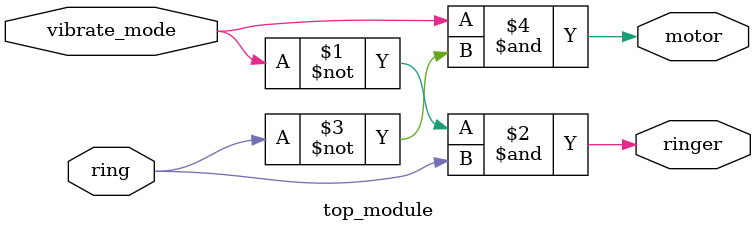
<source format=sv>
module top_module(
	input ring,
	input vibrate_mode,
	output ringer,
	output motor
);

// Logic to determine whether to turn on the ringer or motor
assign ringer = (~vibrate_mode) & ring;
assign motor = vibrate_mode & (~ring);

endmodule

</source>
